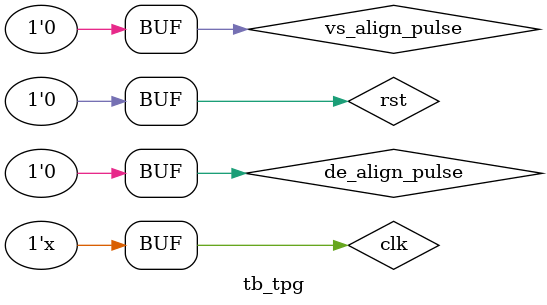
<source format=v>
`timescale 1ns / 1ps
module tb_tpg(

    );
reg clk;
reg rst;
reg vs_align_pulse;
reg de_align_pulse;


wire [15:0] active_h_cnt ;
wire [15:0] active_v_cnt ;



test222   yuuuu(

.pixel_clk (clk),
.vs_align_pos (vs_align_pulse)
);









//tpg_vs_align 
//
//uut(
//.PIXEL_CLK_I(clk),
//.RESETN_I   (~rst),
//.VS_ALIGN   (vs_align_pulse),
//.HS_O       (hs),
//.VS_O       (vs),
//.DE_O       (de),
//.HACTIVE_I  (16), 
//.HFP_I      (4), 
//.HBP_I      (4), 
//.HSYNC_I    (4), 
//.VACTIVE_I  (10), 
//.VFP_I      (2), 
//.VBP_I      (2), 
//.VSYNC_I    (2),
//
//.TOTAL_X_O  (),   //输出-辅助信息(DE_O低时为0)   复位时为0
//.TOTAL_Y_O  (),   //输出-辅助信息(DE_O低时为0)   复位时为0
//.ACTIVE_X_O (active_h_cnt ),   //输出-辅助信息(DE_O低时为0)   复位时为0
//.ACTIVE_Y_O (active_v_cnt )    //输出-辅助信息(DE_O低时为0)   复位时为0  
//
//
//
//
//); 
//



 TPG tggg(
	.vid_clk_in   (clk),
	.sys_rst_n    (~rst), // active low
	.hs_out       (hs_1),
	.vs_out       (vs_1),
	.vid_de       (de_1),
	.hpixel       (50  ), 
	.hfporch      (8   ), 
	.hbporch      (8   ), 
	.hpwidth      (8   ), 
	.vpixel       (50  ), 
	.vfporch      (4   ), 
	.vbporch      (4   ), 
	.vpwidth      (4   ),
	.active_h_cnt (  ),
	.active_v_cnt (  )
  );




    
always #2.5 clk = ~clk;

initial begin
    vs_align_pulse = 0;
    de_align_pulse = 0;
    rst = 0;
    clk = 0;
    #4500;
    rst = 1;
    #20;
    rst = 0;
  
end
  

initial begin
    vs_align_pulse = 0;
    #26150;
    vs_align_pulse = 1;
    #40;
    vs_align_pulse = 0;
    
    #4000;
    //vs_align_pulse = 1;
    #40;
    //vs_align_pulse = 0;
    
end



initial begin
    #28431 ;
    vs_align_pulse = 1;
    #40;
    vs_align_pulse = 0;
    #200;
    vs_align_pulse =1;
    #20;
    vs_align_pulse = 0;
    #200;
    vs_align_pulse =1;
    #20;
    vs_align_pulse = 0;
    #200;
    vs_align_pulse =1;
    #20;
    vs_align_pulse = 0;
    #200;
    vs_align_pulse =1;
    #20;
    vs_align_pulse = 0;
    #200;
    vs_align_pulse =1;
    #20;
    vs_align_pulse = 0;
    #200;
    vs_align_pulse =1;
    #20;
    vs_align_pulse = 0;
        #200;
    vs_align_pulse =1;
    #20;
    vs_align_pulse = 0;
        #200;
    vs_align_pulse =1;
    #20;
    vs_align_pulse = 0;
        #200;
    vs_align_pulse =1;
    #20;
    vs_align_pulse = 0;
        #200;
    vs_align_pulse =1;
    #20;
    vs_align_pulse = 0;
        #200;
    vs_align_pulse =1;
    #20;
    vs_align_pulse = 0;
        #200;
    vs_align_pulse =1;
    #20;
    vs_align_pulse = 0;
        #200;
    vs_align_pulse =1;
    #20;
    vs_align_pulse = 0;
        #200;
    vs_align_pulse =1;
    #20;
    vs_align_pulse = 0;
        #200;
    vs_align_pulse =1;
    #20;
    vs_align_pulse = 0;
        #200;
    vs_align_pulse =1;
    #20;
    vs_align_pulse = 0;
        #200;
    vs_align_pulse =1;
    #20;
    vs_align_pulse = 0;
        #200;
    vs_align_pulse =1;
    #20;
    vs_align_pulse = 0;
        #200;
    vs_align_pulse =1;
    #20;
    vs_align_pulse = 0;
        #200;
    vs_align_pulse =1;
    #20;
    vs_align_pulse = 0;
        #200;
    vs_align_pulse =1;
    #20;
    vs_align_pulse = 0;
        #200;
    vs_align_pulse =1;
    #20;
    vs_align_pulse = 0;
        #200;
    vs_align_pulse =1;
    #20;
    vs_align_pulse = 0;
        #200;
    vs_align_pulse =1;
    #20;
    vs_align_pulse = 0;
        #200;
    vs_align_pulse =1;
    #20;
    vs_align_pulse = 0;
        #200;
    vs_align_pulse =1;
    #20;
    vs_align_pulse = 0;
        #200;
    vs_align_pulse =1;
    #20;
    vs_align_pulse = 0;
        #200;
    vs_align_pulse =1;
    #20;
    vs_align_pulse = 0;
        #200;
    vs_align_pulse =1;
    #20;
    vs_align_pulse = 0;
        #200;
    vs_align_pulse =1;
    #20;
    vs_align_pulse = 0;
        #200;
    vs_align_pulse =1;
    #20;
    vs_align_pulse = 0;
        #200;
    vs_align_pulse =1;
    #20;
    vs_align_pulse = 0;
        #200;
    vs_align_pulse =1;
    #20;
    vs_align_pulse = 0;
        #200;
    vs_align_pulse =1;
    #20;
    vs_align_pulse = 0;
        #200;
    vs_align_pulse =1;
    #20;
    vs_align_pulse = 0;
        #200;
    vs_align_pulse =1;
    #20;
    vs_align_pulse = 0;
        #200;
    vs_align_pulse =1;
    #20;
    vs_align_pulse = 0;
        #200;
    vs_align_pulse =1;
    #20;
    vs_align_pulse = 0;
        #200;
    vs_align_pulse =1;
    #20;
    vs_align_pulse = 0;
        #200;
    vs_align_pulse =1;
    #20;
    vs_align_pulse = 0;
        #200;
    vs_align_pulse =1;
    #20;
    vs_align_pulse = 0;
        #200;
    vs_align_pulse =1;
    #20;
    vs_align_pulse = 0;
        #200;
    vs_align_pulse =1;
    #20;
    vs_align_pulse = 0;
        #200;
    vs_align_pulse =1;
    #20;
    vs_align_pulse = 0;
        #200;
    vs_align_pulse =1;
    #20;
    vs_align_pulse = 0;
        #200;
    vs_align_pulse =1;
    #20;
    vs_align_pulse = 0;
        #200;
    vs_align_pulse =1;
    #20;
    vs_align_pulse = 0;
        #200;
    vs_align_pulse =1;
    #20;
    vs_align_pulse = 0;
        #200;
    vs_align_pulse =1;
    #20;
    vs_align_pulse = 0;
        #200;
    vs_align_pulse =1;
    #20;
    vs_align_pulse = 0;
        #200;
    vs_align_pulse =1;
    #20;
    vs_align_pulse = 0;
        #200;
    vs_align_pulse =1;
    #20;
    vs_align_pulse = 0;
        #200;
    vs_align_pulse =1;
    #20;
    vs_align_pulse = 0;
        #200;
    vs_align_pulse =1;
    #20;
    vs_align_pulse = 0;
        #200;
    vs_align_pulse =1;
    #20;
    vs_align_pulse = 0;
        #200;
    vs_align_pulse =1;
    #20;
    vs_align_pulse = 0;
    #2000000;
        #200;
    vs_align_pulse =1;
    #20;
    vs_align_pulse = 0;
        #200;
    vs_align_pulse =1;
    #20;
    vs_align_pulse = 0;
        #200;
    vs_align_pulse =1;
    #20;
    vs_align_pulse = 0;
        #200;
    vs_align_pulse =1;
    #20;
    vs_align_pulse = 0;
        #200;
    vs_align_pulse =1;
    #20;
    vs_align_pulse = 0;
        #200;
    vs_align_pulse =1;
    #20;
    vs_align_pulse = 0;
        #200;
    vs_align_pulse =1;
    #20;
    vs_align_pulse = 0;
        #200;
    vs_align_pulse =1;
    #20;
    vs_align_pulse = 0;
        #200;
    vs_align_pulse =1;
    #20;
    vs_align_pulse = 0;
        #200;
    vs_align_pulse =1;
    #20;
    vs_align_pulse = 0;
        #200;
    vs_align_pulse =1;
    #20;
    vs_align_pulse = 0;
        #200;
    vs_align_pulse =1;
    #20;
    vs_align_pulse = 0;
        #200;
    vs_align_pulse =1;
    #20;
    vs_align_pulse = 0;
        #200;
    vs_align_pulse =1;
    #20;
    vs_align_pulse = 0;
        #200;
    vs_align_pulse =1;
    #20;
    vs_align_pulse = 0;
        #200;
    vs_align_pulse =1;
    #20;
    vs_align_pulse = 0;
        #200;
    vs_align_pulse =1;
    #20;
    vs_align_pulse = 0;
        #200;
    vs_align_pulse =1;
    #20;
    vs_align_pulse = 0;
        #200;
    vs_align_pulse =1;
    #20;
    vs_align_pulse = 0;
        #200;
    vs_align_pulse =1;
    #20;
    vs_align_pulse = 0;
        #200;
    vs_align_pulse =1;
    #20;
    vs_align_pulse = 0;
        #200;
    vs_align_pulse =1;
    #20;
    vs_align_pulse = 0;
        #200;
    vs_align_pulse =1;
    #20;
    vs_align_pulse = 0;
        #200;
    vs_align_pulse =1;
    #20;
    vs_align_pulse = 0;
        #200;
    vs_align_pulse =1;
    #20;
    vs_align_pulse = 0;
        #200;
    vs_align_pulse =1;
    #20;
    vs_align_pulse = 0;
        #200;
    vs_align_pulse =1;
    #20;
    vs_align_pulse = 0;
        #200;
    vs_align_pulse =1;
    #20;
    vs_align_pulse = 0;
        #200;
    vs_align_pulse =1;
    #20;
    vs_align_pulse = 0;
        #200;
    vs_align_pulse =1;
    #20;
    vs_align_pulse = 0;
    
    

end





initial begin
    de_align_pulse = 0;
    #2777;
    de_align_pulse = 1;
    #10;
    de_align_pulse = 0;
end




endmodule

</source>
